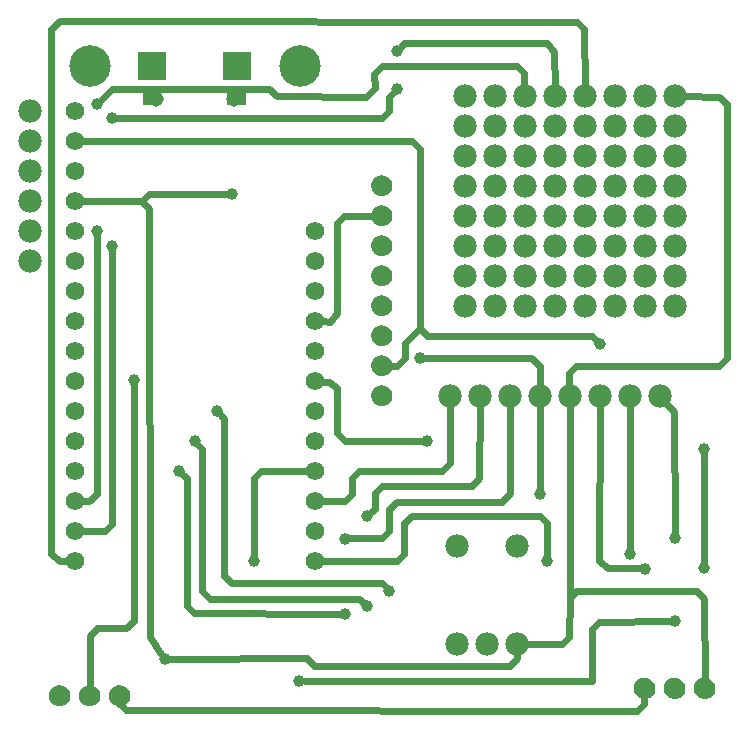
<source format=gbl>
G04 MADE WITH FRITZING*
G04 WWW.FRITZING.ORG*
G04 DOUBLE SIDED*
G04 HOLES PLATED*
G04 CONTOUR ON CENTER OF CONTOUR VECTOR*
%ASAXBY*%
%FSLAX23Y23*%
%MOIN*%
%OFA0B0*%
%SFA1.0B1.0*%
%ADD10C,0.078000*%
%ADD11C,0.039370*%
%ADD12C,0.138425*%
%ADD13C,0.095000*%
%ADD14C,0.051496*%
%ADD15C,0.062000*%
%ADD16C,0.070000*%
%ADD17R,0.095000X0.095000*%
%ADD18C,0.024000*%
%ADD19R,0.001000X0.001000*%
%LNCOPPER0*%
G90*
G70*
G54D10*
X1701Y635D03*
X1501Y635D03*
G54D11*
X526Y260D03*
G54D10*
X1701Y310D03*
X1601Y310D03*
X1501Y310D03*
G54D12*
X276Y2235D03*
G54D13*
X767Y2235D03*
G54D14*
X756Y2125D03*
G54D15*
X226Y585D03*
X226Y685D03*
X226Y785D03*
X226Y885D03*
X226Y985D03*
X226Y1085D03*
X226Y1185D03*
X226Y1285D03*
X226Y1385D03*
G54D12*
X976Y2235D03*
G54D15*
X226Y1485D03*
X226Y1585D03*
X226Y1685D03*
X226Y1785D03*
X226Y1885D03*
X226Y1985D03*
X226Y2085D03*
X1026Y1685D03*
X1026Y1585D03*
X1026Y1485D03*
X1026Y1385D03*
X1026Y1285D03*
X1026Y1185D03*
X1026Y1085D03*
X1026Y985D03*
X1026Y885D03*
X1026Y785D03*
X1026Y685D03*
X1026Y585D03*
G54D14*
X496Y2125D03*
G54D13*
X484Y2235D03*
G54D10*
X76Y2085D03*
X76Y1985D03*
X76Y1885D03*
X76Y1785D03*
X76Y1685D03*
X76Y1585D03*
G54D16*
X176Y135D03*
X276Y135D03*
X376Y135D03*
G54D11*
X423Y1188D03*
G54D16*
X1251Y1835D03*
X1251Y1735D03*
X1251Y1635D03*
X1251Y1535D03*
X1251Y1435D03*
X1251Y1335D03*
X1251Y1235D03*
X1251Y1135D03*
G54D11*
X2226Y662D03*
X1376Y1261D03*
X751Y1809D03*
X1802Y585D03*
X2076Y609D03*
X575Y886D03*
X1126Y410D03*
X1126Y660D03*
X626Y985D03*
X1201Y435D03*
X1201Y735D03*
G54D10*
X1476Y1135D03*
X1576Y1135D03*
X1676Y1135D03*
X1776Y1135D03*
X1876Y1135D03*
X1976Y1135D03*
X2076Y1135D03*
X2176Y1135D03*
G54D11*
X701Y1085D03*
X1275Y485D03*
X1776Y810D03*
X825Y585D03*
X974Y186D03*
X2226Y385D03*
X1400Y987D03*
X2325Y959D03*
X2325Y561D03*
X302Y1687D03*
X301Y2110D03*
X350Y1635D03*
X350Y2061D03*
X1301Y2160D03*
X1301Y2285D03*
X1976Y1310D03*
X2126Y560D03*
G54D16*
X2126Y160D03*
X2226Y160D03*
X2326Y160D03*
G54D10*
X2126Y2135D03*
X2126Y2035D03*
X2126Y1935D03*
X2126Y1835D03*
X2126Y1735D03*
X2126Y1635D03*
X2126Y1535D03*
X2126Y1435D03*
X2126Y2135D03*
X2126Y2035D03*
X2126Y1935D03*
X2126Y1835D03*
X2126Y1735D03*
X2126Y1635D03*
X2126Y1535D03*
X2126Y1435D03*
X2226Y1435D03*
X2226Y1535D03*
X2226Y1635D03*
X2226Y1735D03*
X2226Y1835D03*
X2226Y1935D03*
X2226Y2035D03*
X2226Y2135D03*
X1926Y2135D03*
X1926Y2035D03*
X1926Y1935D03*
X1926Y1835D03*
X1926Y1735D03*
X1926Y1635D03*
X1926Y1535D03*
X1926Y1435D03*
X1926Y2135D03*
X1926Y2035D03*
X1926Y1935D03*
X1926Y1835D03*
X1926Y1735D03*
X1926Y1635D03*
X1926Y1535D03*
X1926Y1435D03*
X2026Y1435D03*
X2026Y1535D03*
X2026Y1635D03*
X2026Y1735D03*
X2026Y1835D03*
X2026Y1935D03*
X2026Y2035D03*
X2026Y2135D03*
X1726Y2135D03*
X1726Y2035D03*
X1726Y1935D03*
X1726Y1835D03*
X1726Y1735D03*
X1726Y1635D03*
X1726Y1535D03*
X1726Y1435D03*
X1726Y2135D03*
X1726Y2035D03*
X1726Y1935D03*
X1726Y1835D03*
X1726Y1735D03*
X1726Y1635D03*
X1726Y1535D03*
X1726Y1435D03*
X1826Y1435D03*
X1826Y1535D03*
X1826Y1635D03*
X1826Y1735D03*
X1826Y1835D03*
X1826Y1935D03*
X1826Y2035D03*
X1826Y2135D03*
X1526Y2135D03*
X1526Y2035D03*
X1526Y1935D03*
X1526Y1835D03*
X1526Y1735D03*
X1526Y1635D03*
X1526Y1535D03*
X1526Y1435D03*
X1526Y2135D03*
X1526Y2035D03*
X1526Y1935D03*
X1526Y1835D03*
X1526Y1735D03*
X1526Y1635D03*
X1526Y1535D03*
X1526Y1435D03*
X1626Y1435D03*
X1626Y1535D03*
X1626Y1635D03*
X1626Y1735D03*
X1626Y1835D03*
X1626Y1935D03*
X1626Y2035D03*
X1626Y2135D03*
G54D17*
X767Y2235D03*
X484Y2235D03*
G54D18*
X301Y361D02*
X399Y361D01*
D02*
X277Y337D02*
X301Y361D01*
D02*
X399Y361D02*
X423Y386D01*
D02*
X423Y386D02*
X423Y1169D01*
D02*
X276Y162D02*
X277Y337D01*
D02*
X2100Y86D02*
X399Y88D01*
D02*
X2125Y110D02*
X2100Y86D01*
D02*
X399Y88D02*
X374Y112D01*
D02*
X374Y112D02*
X374Y109D01*
D02*
X2125Y134D02*
X2125Y110D01*
D02*
X1125Y1735D02*
X1225Y1735D01*
D02*
X1101Y1711D02*
X1125Y1735D01*
D02*
X1101Y1411D02*
X1101Y1711D01*
D02*
X1076Y1384D02*
X1101Y1411D01*
D02*
X1054Y1385D02*
X1076Y1384D01*
D02*
X1776Y1235D02*
X1776Y1166D01*
D02*
X1749Y1261D02*
X1776Y1235D01*
D02*
X1395Y1261D02*
X1749Y1261D01*
D02*
X474Y1809D02*
X732Y1809D01*
D02*
X451Y1785D02*
X474Y1809D01*
D02*
X1302Y1235D02*
X1277Y1235D01*
D02*
X1326Y1261D02*
X1302Y1235D01*
D02*
X1326Y1312D02*
X1326Y1261D01*
D02*
X1376Y1362D02*
X1326Y1312D01*
D02*
X1802Y711D02*
X1777Y735D01*
D02*
X1777Y735D02*
X1352Y735D01*
D02*
X1352Y735D02*
X1324Y711D01*
D02*
X1324Y711D02*
X1324Y610D01*
D02*
X1324Y610D02*
X1300Y585D01*
D02*
X1300Y585D02*
X1054Y585D01*
D02*
X1802Y604D02*
X1802Y711D01*
D02*
X2076Y1105D02*
X2076Y628D01*
D02*
X1676Y1105D02*
X1676Y812D01*
D02*
X1676Y812D02*
X1652Y784D01*
D02*
X1300Y784D02*
X1275Y760D01*
D02*
X1275Y760D02*
X1275Y686D01*
D02*
X1275Y686D02*
X1251Y662D01*
D02*
X1251Y662D02*
X1145Y661D01*
D02*
X1652Y784D02*
X1300Y784D01*
D02*
X1107Y410D02*
X624Y412D01*
D02*
X624Y412D02*
X600Y436D01*
D02*
X600Y436D02*
X600Y862D01*
D02*
X600Y862D02*
X589Y873D01*
D02*
X1175Y460D02*
X676Y460D01*
D02*
X1576Y1105D02*
X1575Y861D01*
D02*
X1575Y861D02*
X1551Y836D01*
D02*
X1251Y836D02*
X1226Y812D01*
D02*
X1226Y812D02*
X1226Y760D01*
D02*
X1226Y760D02*
X1215Y748D01*
D02*
X1551Y836D02*
X1251Y836D01*
D02*
X1187Y449D02*
X1175Y460D01*
D02*
X676Y460D02*
X652Y485D01*
D02*
X652Y485D02*
X652Y959D01*
D02*
X652Y959D02*
X639Y972D01*
D02*
X1776Y829D02*
X1776Y1105D01*
D02*
X1251Y512D02*
X1263Y499D01*
D02*
X752Y512D02*
X1251Y512D01*
D02*
X725Y536D02*
X752Y512D01*
D02*
X725Y1060D02*
X725Y536D01*
D02*
X714Y1072D02*
X725Y1060D01*
D02*
X1476Y911D02*
X1476Y1105D01*
D02*
X1452Y886D02*
X1476Y911D01*
D02*
X1175Y886D02*
X1452Y886D01*
D02*
X1151Y862D02*
X1175Y886D01*
D02*
X1151Y810D02*
X1151Y862D01*
D02*
X1126Y786D02*
X1151Y810D01*
D02*
X1054Y786D02*
X1126Y786D01*
D02*
X849Y886D02*
X825Y862D01*
D02*
X825Y862D02*
X825Y604D01*
D02*
X997Y886D02*
X849Y886D01*
D02*
X1951Y360D02*
X1975Y384D01*
D02*
X1975Y384D02*
X2207Y385D01*
D02*
X1951Y186D02*
X1951Y360D01*
D02*
X2225Y1084D02*
X2197Y1114D01*
D02*
X2226Y681D02*
X2225Y1084D01*
D02*
X993Y186D02*
X1951Y186D01*
D02*
X1126Y986D02*
X1381Y987D01*
D02*
X1100Y1012D02*
X1126Y986D01*
D02*
X1100Y1161D02*
X1100Y1012D01*
D02*
X1074Y1184D02*
X1100Y1161D01*
D02*
X1054Y1184D02*
X1074Y1184D01*
D02*
X2325Y940D02*
X2325Y580D01*
D02*
X274Y786D02*
X254Y786D01*
D02*
X1725Y2211D02*
X1701Y2235D01*
D02*
X1701Y2235D02*
X1251Y2235D01*
D02*
X1225Y2209D02*
X1227Y2162D01*
D02*
X1251Y2235D02*
X1225Y2209D01*
D02*
X1227Y2162D02*
X1199Y2134D01*
D02*
X1199Y2134D02*
X1199Y2134D01*
D02*
X901Y2136D02*
X875Y2160D01*
D02*
X875Y2160D02*
X350Y2160D01*
D02*
X1199Y2134D02*
X901Y2136D01*
D02*
X350Y2160D02*
X314Y2124D01*
D02*
X302Y1668D02*
X302Y810D01*
D02*
X302Y810D02*
X274Y786D01*
D02*
X1725Y2166D02*
X1725Y2211D01*
D02*
X350Y1616D02*
X350Y710D01*
D02*
X350Y710D02*
X326Y685D01*
D02*
X326Y685D02*
X254Y685D01*
D02*
X1825Y2284D02*
X1801Y2311D01*
D02*
X1801Y2311D02*
X1324Y2311D01*
D02*
X1324Y2311D02*
X1314Y2299D01*
D02*
X1288Y2147D02*
X1275Y2134D01*
D02*
X1275Y2134D02*
X1275Y2085D01*
D02*
X1275Y2085D02*
X1251Y2061D01*
D02*
X1251Y2061D02*
X369Y2061D01*
D02*
X1826Y2166D02*
X1825Y2284D01*
D02*
X1925Y2360D02*
X1901Y2384D01*
D02*
X1901Y2384D02*
X177Y2387D01*
D02*
X177Y2387D02*
X149Y2359D01*
D02*
X149Y2359D02*
X149Y609D01*
D02*
X1926Y2166D02*
X1925Y2360D01*
D02*
X149Y609D02*
X177Y585D01*
D02*
X177Y585D02*
X197Y585D01*
D02*
X2374Y2134D02*
X2402Y2110D01*
D02*
X2402Y2110D02*
X2402Y1261D01*
D02*
X2402Y1261D02*
X2374Y1236D01*
D02*
X2374Y1236D02*
X1899Y1236D01*
D02*
X1899Y1236D02*
X1875Y1212D01*
D02*
X1875Y1212D02*
X1875Y1166D01*
D02*
X2256Y2135D02*
X2374Y2134D01*
D02*
X1951Y1337D02*
X1963Y1324D01*
D02*
X1402Y1335D02*
X1951Y1337D01*
D02*
X1376Y1362D02*
X1402Y1335D01*
D02*
X1376Y1959D02*
X1376Y1362D01*
D02*
X1352Y1986D02*
X1376Y1959D01*
D02*
X254Y1985D02*
X1352Y1986D01*
D02*
X2004Y562D02*
X1973Y586D01*
D02*
X1973Y586D02*
X1976Y1105D01*
D02*
X2107Y561D02*
X2004Y562D01*
D02*
X477Y334D02*
X515Y276D01*
D02*
X474Y1759D02*
X477Y334D01*
D02*
X451Y1785D02*
X474Y1759D01*
D02*
X254Y1785D02*
X451Y1785D01*
D02*
X1701Y261D02*
X1701Y280D01*
D02*
X1676Y236D02*
X1701Y261D01*
D02*
X1025Y236D02*
X1676Y236D01*
D02*
X1000Y261D02*
X1025Y236D01*
D02*
X545Y260D02*
X1000Y261D01*
D02*
X1877Y463D02*
X1876Y1105D01*
D02*
X1875Y334D02*
X1877Y463D01*
D02*
X1850Y310D02*
X1875Y334D01*
D02*
X1731Y310D02*
X1851Y310D01*
D02*
X2325Y460D02*
X2326Y187D01*
D02*
X2301Y485D02*
X2325Y460D01*
D02*
X1899Y485D02*
X2301Y485D01*
D02*
X1877Y463D02*
X1899Y485D01*
G54D19*
X454Y2146D02*
X490Y2146D01*
X501Y2146D02*
X515Y2146D01*
X735Y2146D02*
X749Y2146D01*
X760Y2146D02*
X796Y2146D01*
X454Y2145D02*
X486Y2145D01*
X504Y2145D02*
X515Y2145D01*
X735Y2145D02*
X746Y2145D01*
X764Y2145D02*
X796Y2145D01*
X454Y2144D02*
X485Y2144D01*
X506Y2144D02*
X515Y2144D01*
X735Y2144D02*
X744Y2144D01*
X765Y2144D02*
X796Y2144D01*
X454Y2143D02*
X483Y2143D01*
X507Y2143D02*
X515Y2143D01*
X735Y2143D02*
X743Y2143D01*
X767Y2143D02*
X796Y2143D01*
X454Y2142D02*
X482Y2142D01*
X509Y2142D02*
X515Y2142D01*
X735Y2142D02*
X741Y2142D01*
X768Y2142D02*
X796Y2142D01*
X454Y2141D02*
X480Y2141D01*
X510Y2141D02*
X515Y2141D01*
X735Y2141D02*
X740Y2141D01*
X770Y2141D02*
X796Y2141D01*
X454Y2140D02*
X479Y2140D01*
X511Y2140D02*
X515Y2140D01*
X735Y2140D02*
X739Y2140D01*
X771Y2140D02*
X796Y2140D01*
X454Y2139D02*
X479Y2139D01*
X512Y2139D02*
X515Y2139D01*
X735Y2139D02*
X738Y2139D01*
X771Y2139D02*
X796Y2139D01*
X454Y2138D02*
X478Y2138D01*
X512Y2138D02*
X515Y2138D01*
X735Y2138D02*
X738Y2138D01*
X772Y2138D02*
X796Y2138D01*
X454Y2137D02*
X477Y2137D01*
X513Y2137D02*
X515Y2137D01*
X735Y2137D02*
X737Y2137D01*
X773Y2137D02*
X796Y2137D01*
X454Y2136D02*
X477Y2136D01*
X514Y2136D02*
X515Y2136D01*
X735Y2136D02*
X736Y2136D01*
X773Y2136D02*
X796Y2136D01*
X454Y2135D02*
X476Y2135D01*
X514Y2135D02*
X515Y2135D01*
X735Y2135D02*
X736Y2135D01*
X774Y2135D02*
X796Y2135D01*
X454Y2134D02*
X476Y2134D01*
X515Y2134D02*
X515Y2134D01*
X735Y2134D02*
X735Y2134D01*
X774Y2134D02*
X796Y2134D01*
X454Y2133D02*
X475Y2133D01*
X515Y2133D02*
X515Y2133D01*
X735Y2133D02*
X735Y2133D01*
X775Y2133D02*
X796Y2133D01*
X454Y2132D02*
X475Y2132D01*
X515Y2132D02*
X515Y2132D01*
X735Y2132D02*
X735Y2132D01*
X775Y2132D02*
X796Y2132D01*
X454Y2131D02*
X475Y2131D01*
X775Y2131D02*
X796Y2131D01*
X454Y2130D02*
X474Y2130D01*
X776Y2130D02*
X796Y2130D01*
X454Y2129D02*
X474Y2129D01*
X776Y2129D02*
X796Y2129D01*
X454Y2128D02*
X474Y2128D01*
X776Y2128D02*
X796Y2128D01*
X454Y2127D02*
X474Y2127D01*
X776Y2127D02*
X796Y2127D01*
X454Y2126D02*
X474Y2126D01*
X776Y2126D02*
X796Y2126D01*
X454Y2125D02*
X474Y2125D01*
X776Y2125D02*
X796Y2125D01*
X454Y2124D02*
X474Y2124D01*
X776Y2124D02*
X796Y2124D01*
X454Y2123D02*
X474Y2123D01*
X776Y2123D02*
X796Y2123D01*
X454Y2122D02*
X474Y2122D01*
X776Y2122D02*
X796Y2122D01*
X454Y2121D02*
X475Y2121D01*
X775Y2121D02*
X796Y2121D01*
X454Y2120D02*
X475Y2120D01*
X515Y2120D02*
X515Y2120D01*
X735Y2120D02*
X735Y2120D01*
X775Y2120D02*
X796Y2120D01*
X454Y2119D02*
X475Y2119D01*
X515Y2119D02*
X515Y2119D01*
X735Y2119D02*
X735Y2119D01*
X775Y2119D02*
X796Y2119D01*
X454Y2118D02*
X475Y2118D01*
X515Y2118D02*
X515Y2118D01*
X735Y2118D02*
X735Y2118D01*
X775Y2118D02*
X796Y2118D01*
X454Y2117D02*
X476Y2117D01*
X514Y2117D02*
X515Y2117D01*
X735Y2117D02*
X736Y2117D01*
X774Y2117D02*
X796Y2117D01*
X454Y2116D02*
X477Y2116D01*
X514Y2116D02*
X515Y2116D01*
X735Y2116D02*
X736Y2116D01*
X773Y2116D02*
X796Y2116D01*
X454Y2115D02*
X477Y2115D01*
X513Y2115D02*
X515Y2115D01*
X735Y2115D02*
X737Y2115D01*
X773Y2115D02*
X796Y2115D01*
X454Y2114D02*
X478Y2114D01*
X513Y2114D02*
X515Y2114D01*
X735Y2114D02*
X737Y2114D01*
X772Y2114D02*
X796Y2114D01*
X454Y2113D02*
X479Y2113D01*
X512Y2113D02*
X515Y2113D01*
X735Y2113D02*
X738Y2113D01*
X771Y2113D02*
X796Y2113D01*
X454Y2112D02*
X479Y2112D01*
X511Y2112D02*
X515Y2112D01*
X735Y2112D02*
X739Y2112D01*
X771Y2112D02*
X796Y2112D01*
X454Y2111D02*
X480Y2111D01*
X510Y2111D02*
X515Y2111D01*
X735Y2111D02*
X740Y2111D01*
X770Y2111D02*
X796Y2111D01*
X454Y2110D02*
X481Y2110D01*
X509Y2110D02*
X515Y2110D01*
X735Y2110D02*
X741Y2110D01*
X769Y2110D02*
X796Y2110D01*
X454Y2109D02*
X483Y2109D01*
X508Y2109D02*
X515Y2109D01*
X735Y2109D02*
X742Y2109D01*
X767Y2109D02*
X796Y2109D01*
X454Y2108D02*
X484Y2108D01*
X506Y2108D02*
X515Y2108D01*
X735Y2108D02*
X744Y2108D01*
X766Y2108D02*
X796Y2108D01*
X454Y2107D02*
X486Y2107D01*
X504Y2107D02*
X515Y2107D01*
X735Y2107D02*
X746Y2107D01*
X764Y2107D02*
X796Y2107D01*
X454Y2106D02*
X489Y2106D01*
X501Y2106D02*
X515Y2106D01*
X735Y2106D02*
X749Y2106D01*
X761Y2106D02*
X796Y2106D01*
X1245Y1871D02*
X1254Y1871D01*
X1241Y1870D02*
X1259Y1870D01*
X1238Y1869D02*
X1262Y1869D01*
X1236Y1868D02*
X1264Y1868D01*
X1234Y1867D02*
X1266Y1867D01*
X1232Y1866D02*
X1268Y1866D01*
X1230Y1865D02*
X1269Y1865D01*
X1229Y1864D02*
X1271Y1864D01*
X1228Y1863D02*
X1272Y1863D01*
X1227Y1862D02*
X1273Y1862D01*
X1225Y1861D02*
X1274Y1861D01*
X1225Y1860D02*
X1275Y1860D01*
X1224Y1859D02*
X1276Y1859D01*
X1223Y1858D02*
X1277Y1858D01*
X1222Y1857D02*
X1278Y1857D01*
X1221Y1856D02*
X1278Y1856D01*
X1221Y1855D02*
X1279Y1855D01*
X1220Y1854D02*
X1279Y1854D01*
X1220Y1853D02*
X1280Y1853D01*
X1219Y1852D02*
X1280Y1852D01*
X1219Y1851D02*
X1245Y1851D01*
X1254Y1851D02*
X1281Y1851D01*
X1218Y1850D02*
X1243Y1850D01*
X1257Y1850D02*
X1281Y1850D01*
X1218Y1849D02*
X1241Y1849D01*
X1259Y1849D02*
X1282Y1849D01*
X1218Y1848D02*
X1240Y1848D01*
X1260Y1848D02*
X1282Y1848D01*
X1217Y1847D02*
X1239Y1847D01*
X1261Y1847D02*
X1283Y1847D01*
X1217Y1846D02*
X1238Y1846D01*
X1262Y1846D02*
X1283Y1846D01*
X1217Y1845D02*
X1237Y1845D01*
X1263Y1845D02*
X1283Y1845D01*
X1216Y1844D02*
X1236Y1844D01*
X1263Y1844D02*
X1283Y1844D01*
X1216Y1843D02*
X1236Y1843D01*
X1264Y1843D02*
X1284Y1843D01*
X1216Y1842D02*
X1235Y1842D01*
X1264Y1842D02*
X1284Y1842D01*
X1216Y1841D02*
X1235Y1841D01*
X1265Y1841D02*
X1284Y1841D01*
X1216Y1840D02*
X1235Y1840D01*
X1265Y1840D02*
X1284Y1840D01*
X1215Y1839D02*
X1235Y1839D01*
X1265Y1839D02*
X1284Y1839D01*
X1215Y1838D02*
X1234Y1838D01*
X1265Y1838D02*
X1284Y1838D01*
X1215Y1837D02*
X1234Y1837D01*
X1265Y1837D02*
X1284Y1837D01*
X1215Y1836D02*
X1234Y1836D01*
X1265Y1836D02*
X1284Y1836D01*
X1215Y1835D02*
X1234Y1835D01*
X1265Y1835D02*
X1284Y1835D01*
X1215Y1834D02*
X1235Y1834D01*
X1265Y1834D02*
X1284Y1834D01*
X1216Y1833D02*
X1235Y1833D01*
X1265Y1833D02*
X1284Y1833D01*
X1216Y1832D02*
X1235Y1832D01*
X1265Y1832D02*
X1284Y1832D01*
X1216Y1831D02*
X1235Y1831D01*
X1264Y1831D02*
X1284Y1831D01*
X1216Y1830D02*
X1236Y1830D01*
X1264Y1830D02*
X1284Y1830D01*
X1216Y1829D02*
X1236Y1829D01*
X1263Y1829D02*
X1283Y1829D01*
X1217Y1828D02*
X1237Y1828D01*
X1263Y1828D02*
X1283Y1828D01*
X1217Y1827D02*
X1238Y1827D01*
X1262Y1827D02*
X1283Y1827D01*
X1217Y1826D02*
X1239Y1826D01*
X1261Y1826D02*
X1283Y1826D01*
X1217Y1825D02*
X1240Y1825D01*
X1260Y1825D02*
X1282Y1825D01*
X1218Y1824D02*
X1241Y1824D01*
X1259Y1824D02*
X1282Y1824D01*
X1218Y1823D02*
X1242Y1823D01*
X1257Y1823D02*
X1281Y1823D01*
X1219Y1822D02*
X1245Y1822D01*
X1255Y1822D02*
X1281Y1822D01*
X1219Y1821D02*
X1281Y1821D01*
X1220Y1820D02*
X1280Y1820D01*
X1220Y1819D02*
X1279Y1819D01*
X1221Y1818D02*
X1279Y1818D01*
X1221Y1817D02*
X1278Y1817D01*
X1222Y1816D02*
X1278Y1816D01*
X1223Y1815D02*
X1277Y1815D01*
X1224Y1814D02*
X1276Y1814D01*
X1224Y1813D02*
X1275Y1813D01*
X1225Y1812D02*
X1274Y1812D01*
X1226Y1811D02*
X1273Y1811D01*
X1228Y1810D02*
X1272Y1810D01*
X1229Y1809D02*
X1271Y1809D01*
X1230Y1808D02*
X1270Y1808D01*
X1232Y1807D02*
X1268Y1807D01*
X1233Y1806D02*
X1266Y1806D01*
X1235Y1805D02*
X1264Y1805D01*
X1238Y1804D02*
X1262Y1804D01*
X1241Y1803D02*
X1259Y1803D01*
X1245Y1802D02*
X1255Y1802D01*
X1245Y1771D02*
X1254Y1771D01*
X1241Y1770D02*
X1259Y1770D01*
X1238Y1769D02*
X1262Y1769D01*
X1236Y1768D02*
X1264Y1768D01*
X1234Y1767D02*
X1266Y1767D01*
X1232Y1766D02*
X1268Y1766D01*
X1230Y1765D02*
X1269Y1765D01*
X1229Y1764D02*
X1271Y1764D01*
X1228Y1763D02*
X1272Y1763D01*
X1226Y1762D02*
X1273Y1762D01*
X1225Y1761D02*
X1274Y1761D01*
X1225Y1760D02*
X1275Y1760D01*
X1224Y1759D02*
X1276Y1759D01*
X1223Y1758D02*
X1277Y1758D01*
X1222Y1757D02*
X1278Y1757D01*
X1221Y1756D02*
X1278Y1756D01*
X1221Y1755D02*
X1279Y1755D01*
X1220Y1754D02*
X1279Y1754D01*
X1220Y1753D02*
X1280Y1753D01*
X1219Y1752D02*
X1280Y1752D01*
X1219Y1751D02*
X1245Y1751D01*
X1254Y1751D02*
X1281Y1751D01*
X1218Y1750D02*
X1243Y1750D01*
X1257Y1750D02*
X1281Y1750D01*
X1218Y1749D02*
X1241Y1749D01*
X1259Y1749D02*
X1282Y1749D01*
X1218Y1748D02*
X1240Y1748D01*
X1260Y1748D02*
X1282Y1748D01*
X1217Y1747D02*
X1239Y1747D01*
X1261Y1747D02*
X1283Y1747D01*
X1217Y1746D02*
X1238Y1746D01*
X1262Y1746D02*
X1283Y1746D01*
X1217Y1745D02*
X1237Y1745D01*
X1263Y1745D02*
X1283Y1745D01*
X1216Y1744D02*
X1236Y1744D01*
X1263Y1744D02*
X1283Y1744D01*
X1216Y1743D02*
X1236Y1743D01*
X1264Y1743D02*
X1284Y1743D01*
X1216Y1742D02*
X1235Y1742D01*
X1264Y1742D02*
X1284Y1742D01*
X1216Y1741D02*
X1235Y1741D01*
X1265Y1741D02*
X1284Y1741D01*
X1216Y1740D02*
X1235Y1740D01*
X1265Y1740D02*
X1284Y1740D01*
X1215Y1739D02*
X1235Y1739D01*
X1265Y1739D02*
X1284Y1739D01*
X1215Y1738D02*
X1234Y1738D01*
X1265Y1738D02*
X1284Y1738D01*
X1215Y1737D02*
X1234Y1737D01*
X1265Y1737D02*
X1284Y1737D01*
X1215Y1736D02*
X1234Y1736D01*
X1265Y1736D02*
X1284Y1736D01*
X1215Y1735D02*
X1234Y1735D01*
X1265Y1735D02*
X1284Y1735D01*
X1215Y1734D02*
X1235Y1734D01*
X1265Y1734D02*
X1284Y1734D01*
X1216Y1733D02*
X1235Y1733D01*
X1265Y1733D02*
X1284Y1733D01*
X1216Y1732D02*
X1235Y1732D01*
X1265Y1732D02*
X1284Y1732D01*
X1216Y1731D02*
X1235Y1731D01*
X1264Y1731D02*
X1284Y1731D01*
X1216Y1730D02*
X1236Y1730D01*
X1264Y1730D02*
X1284Y1730D01*
X1216Y1729D02*
X1236Y1729D01*
X1263Y1729D02*
X1283Y1729D01*
X1217Y1728D02*
X1237Y1728D01*
X1263Y1728D02*
X1283Y1728D01*
X1217Y1727D02*
X1238Y1727D01*
X1262Y1727D02*
X1283Y1727D01*
X1217Y1726D02*
X1239Y1726D01*
X1261Y1726D02*
X1283Y1726D01*
X1218Y1725D02*
X1240Y1725D01*
X1260Y1725D02*
X1282Y1725D01*
X1218Y1724D02*
X1241Y1724D01*
X1259Y1724D02*
X1282Y1724D01*
X1218Y1723D02*
X1243Y1723D01*
X1257Y1723D02*
X1281Y1723D01*
X1219Y1722D02*
X1245Y1722D01*
X1255Y1722D02*
X1281Y1722D01*
X1219Y1721D02*
X1280Y1721D01*
X1220Y1720D02*
X1280Y1720D01*
X1220Y1719D02*
X1279Y1719D01*
X1221Y1718D02*
X1279Y1718D01*
X1221Y1717D02*
X1278Y1717D01*
X1222Y1716D02*
X1278Y1716D01*
X1223Y1715D02*
X1277Y1715D01*
X1224Y1714D02*
X1276Y1714D01*
X1224Y1713D02*
X1275Y1713D01*
X1225Y1712D02*
X1274Y1712D01*
X1226Y1711D02*
X1273Y1711D01*
X1228Y1710D02*
X1272Y1710D01*
X1229Y1709D02*
X1271Y1709D01*
X1230Y1708D02*
X1269Y1708D01*
X1232Y1707D02*
X1268Y1707D01*
X1233Y1706D02*
X1266Y1706D01*
X1236Y1705D02*
X1264Y1705D01*
X1238Y1704D02*
X1262Y1704D01*
X1241Y1703D02*
X1259Y1703D01*
X1245Y1702D02*
X1255Y1702D01*
X1245Y1671D02*
X1254Y1671D01*
X1241Y1670D02*
X1259Y1670D01*
X1238Y1669D02*
X1262Y1669D01*
X1236Y1668D02*
X1264Y1668D01*
X1234Y1667D02*
X1266Y1667D01*
X1232Y1666D02*
X1268Y1666D01*
X1230Y1665D02*
X1269Y1665D01*
X1229Y1664D02*
X1271Y1664D01*
X1228Y1663D02*
X1272Y1663D01*
X1226Y1662D02*
X1273Y1662D01*
X1225Y1661D02*
X1274Y1661D01*
X1224Y1660D02*
X1275Y1660D01*
X1224Y1659D02*
X1276Y1659D01*
X1223Y1658D02*
X1277Y1658D01*
X1222Y1657D02*
X1278Y1657D01*
X1221Y1656D02*
X1278Y1656D01*
X1221Y1655D02*
X1279Y1655D01*
X1220Y1654D02*
X1279Y1654D01*
X1220Y1653D02*
X1280Y1653D01*
X1219Y1652D02*
X1280Y1652D01*
X1219Y1651D02*
X1245Y1651D01*
X1254Y1651D02*
X1281Y1651D01*
X1218Y1650D02*
X1243Y1650D01*
X1257Y1650D02*
X1281Y1650D01*
X1218Y1649D02*
X1241Y1649D01*
X1259Y1649D02*
X1282Y1649D01*
X1218Y1648D02*
X1240Y1648D01*
X1260Y1648D02*
X1282Y1648D01*
X1217Y1647D02*
X1239Y1647D01*
X1261Y1647D02*
X1283Y1647D01*
X1217Y1646D02*
X1238Y1646D01*
X1262Y1646D02*
X1283Y1646D01*
X1217Y1645D02*
X1237Y1645D01*
X1263Y1645D02*
X1283Y1645D01*
X1216Y1644D02*
X1236Y1644D01*
X1263Y1644D02*
X1283Y1644D01*
X1216Y1643D02*
X1236Y1643D01*
X1264Y1643D02*
X1284Y1643D01*
X1216Y1642D02*
X1235Y1642D01*
X1264Y1642D02*
X1284Y1642D01*
X1216Y1641D02*
X1235Y1641D01*
X1265Y1641D02*
X1284Y1641D01*
X1216Y1640D02*
X1235Y1640D01*
X1265Y1640D02*
X1284Y1640D01*
X1215Y1639D02*
X1235Y1639D01*
X1265Y1639D02*
X1284Y1639D01*
X1215Y1638D02*
X1234Y1638D01*
X1265Y1638D02*
X1284Y1638D01*
X1215Y1637D02*
X1234Y1637D01*
X1265Y1637D02*
X1284Y1637D01*
X1215Y1636D02*
X1234Y1636D01*
X1265Y1636D02*
X1284Y1636D01*
X1215Y1635D02*
X1234Y1635D01*
X1265Y1635D02*
X1284Y1635D01*
X1215Y1634D02*
X1235Y1634D01*
X1265Y1634D02*
X1284Y1634D01*
X1216Y1633D02*
X1235Y1633D01*
X1265Y1633D02*
X1284Y1633D01*
X1216Y1632D02*
X1235Y1632D01*
X1265Y1632D02*
X1284Y1632D01*
X1216Y1631D02*
X1235Y1631D01*
X1264Y1631D02*
X1284Y1631D01*
X1216Y1630D02*
X1236Y1630D01*
X1264Y1630D02*
X1284Y1630D01*
X1216Y1629D02*
X1236Y1629D01*
X1263Y1629D02*
X1283Y1629D01*
X1217Y1628D02*
X1237Y1628D01*
X1263Y1628D02*
X1283Y1628D01*
X1217Y1627D02*
X1238Y1627D01*
X1262Y1627D02*
X1283Y1627D01*
X1217Y1626D02*
X1239Y1626D01*
X1261Y1626D02*
X1283Y1626D01*
X1218Y1625D02*
X1240Y1625D01*
X1260Y1625D02*
X1282Y1625D01*
X1218Y1624D02*
X1241Y1624D01*
X1259Y1624D02*
X1282Y1624D01*
X1218Y1623D02*
X1243Y1623D01*
X1257Y1623D02*
X1281Y1623D01*
X1219Y1622D02*
X1245Y1622D01*
X1254Y1622D02*
X1281Y1622D01*
X1219Y1621D02*
X1280Y1621D01*
X1220Y1620D02*
X1280Y1620D01*
X1220Y1619D02*
X1279Y1619D01*
X1221Y1618D02*
X1279Y1618D01*
X1221Y1617D02*
X1278Y1617D01*
X1222Y1616D02*
X1278Y1616D01*
X1223Y1615D02*
X1277Y1615D01*
X1224Y1614D02*
X1276Y1614D01*
X1224Y1613D02*
X1275Y1613D01*
X1225Y1612D02*
X1274Y1612D01*
X1226Y1611D02*
X1273Y1611D01*
X1228Y1610D02*
X1272Y1610D01*
X1229Y1609D02*
X1271Y1609D01*
X1230Y1608D02*
X1269Y1608D01*
X1232Y1607D02*
X1268Y1607D01*
X1234Y1606D02*
X1266Y1606D01*
X1236Y1605D02*
X1264Y1605D01*
X1238Y1604D02*
X1262Y1604D01*
X1241Y1603D02*
X1259Y1603D01*
X1245Y1602D02*
X1255Y1602D01*
X1245Y1571D02*
X1255Y1571D01*
X1241Y1570D02*
X1259Y1570D01*
X1238Y1569D02*
X1262Y1569D01*
X1236Y1568D02*
X1264Y1568D01*
X1234Y1567D02*
X1266Y1567D01*
X1232Y1566D02*
X1268Y1566D01*
X1230Y1565D02*
X1269Y1565D01*
X1229Y1564D02*
X1271Y1564D01*
X1228Y1563D02*
X1272Y1563D01*
X1226Y1562D02*
X1273Y1562D01*
X1225Y1561D02*
X1274Y1561D01*
X1224Y1560D02*
X1275Y1560D01*
X1224Y1559D02*
X1276Y1559D01*
X1223Y1558D02*
X1277Y1558D01*
X1222Y1557D02*
X1278Y1557D01*
X1221Y1556D02*
X1278Y1556D01*
X1221Y1555D02*
X1279Y1555D01*
X1220Y1554D02*
X1279Y1554D01*
X1220Y1553D02*
X1280Y1553D01*
X1219Y1552D02*
X1280Y1552D01*
X1219Y1551D02*
X1245Y1551D01*
X1255Y1551D02*
X1281Y1551D01*
X1218Y1550D02*
X1243Y1550D01*
X1257Y1550D02*
X1281Y1550D01*
X1218Y1549D02*
X1241Y1549D01*
X1259Y1549D02*
X1282Y1549D01*
X1218Y1548D02*
X1240Y1548D01*
X1260Y1548D02*
X1282Y1548D01*
X1217Y1547D02*
X1239Y1547D01*
X1261Y1547D02*
X1283Y1547D01*
X1217Y1546D02*
X1238Y1546D01*
X1262Y1546D02*
X1283Y1546D01*
X1217Y1545D02*
X1237Y1545D01*
X1263Y1545D02*
X1283Y1545D01*
X1216Y1544D02*
X1236Y1544D01*
X1263Y1544D02*
X1283Y1544D01*
X1216Y1543D02*
X1236Y1543D01*
X1264Y1543D02*
X1284Y1543D01*
X1216Y1542D02*
X1235Y1542D01*
X1264Y1542D02*
X1284Y1542D01*
X1216Y1541D02*
X1235Y1541D01*
X1265Y1541D02*
X1284Y1541D01*
X1216Y1540D02*
X1235Y1540D01*
X1265Y1540D02*
X1284Y1540D01*
X1215Y1539D02*
X1235Y1539D01*
X1265Y1539D02*
X1284Y1539D01*
X1215Y1538D02*
X1234Y1538D01*
X1265Y1538D02*
X1284Y1538D01*
X1215Y1537D02*
X1234Y1537D01*
X1265Y1537D02*
X1284Y1537D01*
X1215Y1536D02*
X1234Y1536D01*
X1265Y1536D02*
X1284Y1536D01*
X1215Y1535D02*
X1234Y1535D01*
X1265Y1535D02*
X1284Y1535D01*
X1215Y1534D02*
X1235Y1534D01*
X1265Y1534D02*
X1284Y1534D01*
X1216Y1533D02*
X1235Y1533D01*
X1265Y1533D02*
X1284Y1533D01*
X1216Y1532D02*
X1235Y1532D01*
X1265Y1532D02*
X1284Y1532D01*
X1216Y1531D02*
X1235Y1531D01*
X1264Y1531D02*
X1284Y1531D01*
X1216Y1530D02*
X1236Y1530D01*
X1264Y1530D02*
X1284Y1530D01*
X1216Y1529D02*
X1236Y1529D01*
X1263Y1529D02*
X1283Y1529D01*
X1217Y1528D02*
X1237Y1528D01*
X1263Y1528D02*
X1283Y1528D01*
X1217Y1527D02*
X1238Y1527D01*
X1262Y1527D02*
X1283Y1527D01*
X1217Y1526D02*
X1239Y1526D01*
X1261Y1526D02*
X1283Y1526D01*
X1218Y1525D02*
X1240Y1525D01*
X1260Y1525D02*
X1282Y1525D01*
X1218Y1524D02*
X1241Y1524D01*
X1259Y1524D02*
X1282Y1524D01*
X1218Y1523D02*
X1243Y1523D01*
X1257Y1523D02*
X1281Y1523D01*
X1219Y1522D02*
X1245Y1522D01*
X1254Y1522D02*
X1281Y1522D01*
X1219Y1521D02*
X1280Y1521D01*
X1220Y1520D02*
X1280Y1520D01*
X1220Y1519D02*
X1279Y1519D01*
X1221Y1518D02*
X1279Y1518D01*
X1221Y1517D02*
X1278Y1517D01*
X1222Y1516D02*
X1278Y1516D01*
X1223Y1515D02*
X1277Y1515D01*
X1224Y1514D02*
X1276Y1514D01*
X1224Y1513D02*
X1275Y1513D01*
X1225Y1512D02*
X1274Y1512D01*
X1226Y1511D02*
X1273Y1511D01*
X1228Y1510D02*
X1272Y1510D01*
X1229Y1509D02*
X1271Y1509D01*
X1230Y1508D02*
X1269Y1508D01*
X1232Y1507D02*
X1268Y1507D01*
X1234Y1506D02*
X1266Y1506D01*
X1236Y1505D02*
X1264Y1505D01*
X1238Y1504D02*
X1262Y1504D01*
X1241Y1503D02*
X1259Y1503D01*
X1245Y1502D02*
X1254Y1502D01*
X1245Y1471D02*
X1255Y1471D01*
X1241Y1470D02*
X1259Y1470D01*
X1238Y1469D02*
X1262Y1469D01*
X1236Y1468D02*
X1264Y1468D01*
X1233Y1467D02*
X1266Y1467D01*
X1232Y1466D02*
X1268Y1466D01*
X1230Y1465D02*
X1270Y1465D01*
X1229Y1464D02*
X1271Y1464D01*
X1228Y1463D02*
X1272Y1463D01*
X1226Y1462D02*
X1273Y1462D01*
X1225Y1461D02*
X1274Y1461D01*
X1224Y1460D02*
X1275Y1460D01*
X1224Y1459D02*
X1276Y1459D01*
X1223Y1458D02*
X1277Y1458D01*
X1222Y1457D02*
X1278Y1457D01*
X1221Y1456D02*
X1278Y1456D01*
X1221Y1455D02*
X1279Y1455D01*
X1220Y1454D02*
X1279Y1454D01*
X1220Y1453D02*
X1280Y1453D01*
X1219Y1452D02*
X1281Y1452D01*
X1219Y1451D02*
X1245Y1451D01*
X1255Y1451D02*
X1281Y1451D01*
X1218Y1450D02*
X1242Y1450D01*
X1257Y1450D02*
X1281Y1450D01*
X1218Y1449D02*
X1241Y1449D01*
X1259Y1449D02*
X1282Y1449D01*
X1217Y1448D02*
X1240Y1448D01*
X1260Y1448D02*
X1282Y1448D01*
X1217Y1447D02*
X1239Y1447D01*
X1261Y1447D02*
X1283Y1447D01*
X1217Y1446D02*
X1238Y1446D01*
X1262Y1446D02*
X1283Y1446D01*
X1217Y1445D02*
X1237Y1445D01*
X1263Y1445D02*
X1283Y1445D01*
X1216Y1444D02*
X1236Y1444D01*
X1263Y1444D02*
X1283Y1444D01*
X1216Y1443D02*
X1236Y1443D01*
X1264Y1443D02*
X1284Y1443D01*
X1216Y1442D02*
X1235Y1442D01*
X1264Y1442D02*
X1284Y1442D01*
X1216Y1441D02*
X1235Y1441D01*
X1265Y1441D02*
X1284Y1441D01*
X1216Y1440D02*
X1235Y1440D01*
X1265Y1440D02*
X1284Y1440D01*
X1215Y1439D02*
X1235Y1439D01*
X1265Y1439D02*
X1284Y1439D01*
X1215Y1438D02*
X1234Y1438D01*
X1265Y1438D02*
X1284Y1438D01*
X1215Y1437D02*
X1234Y1437D01*
X1265Y1437D02*
X1284Y1437D01*
X1215Y1436D02*
X1234Y1436D01*
X1265Y1436D02*
X1284Y1436D01*
X1215Y1435D02*
X1234Y1435D01*
X1265Y1435D02*
X1284Y1435D01*
X1215Y1434D02*
X1235Y1434D01*
X1265Y1434D02*
X1284Y1434D01*
X1216Y1433D02*
X1235Y1433D01*
X1265Y1433D02*
X1284Y1433D01*
X1216Y1432D02*
X1235Y1432D01*
X1265Y1432D02*
X1284Y1432D01*
X1216Y1431D02*
X1235Y1431D01*
X1264Y1431D02*
X1284Y1431D01*
X1216Y1430D02*
X1236Y1430D01*
X1264Y1430D02*
X1284Y1430D01*
X1216Y1429D02*
X1236Y1429D01*
X1263Y1429D02*
X1283Y1429D01*
X1217Y1428D02*
X1237Y1428D01*
X1263Y1428D02*
X1283Y1428D01*
X1217Y1427D02*
X1238Y1427D01*
X1262Y1427D02*
X1283Y1427D01*
X1217Y1426D02*
X1239Y1426D01*
X1261Y1426D02*
X1283Y1426D01*
X1218Y1425D02*
X1240Y1425D01*
X1260Y1425D02*
X1282Y1425D01*
X1218Y1424D02*
X1241Y1424D01*
X1259Y1424D02*
X1282Y1424D01*
X1218Y1423D02*
X1243Y1423D01*
X1257Y1423D02*
X1281Y1423D01*
X1219Y1422D02*
X1245Y1422D01*
X1254Y1422D02*
X1281Y1422D01*
X1219Y1421D02*
X1280Y1421D01*
X1220Y1420D02*
X1280Y1420D01*
X1220Y1419D02*
X1279Y1419D01*
X1221Y1418D02*
X1279Y1418D01*
X1221Y1417D02*
X1278Y1417D01*
X1222Y1416D02*
X1278Y1416D01*
X1223Y1415D02*
X1277Y1415D01*
X1224Y1414D02*
X1276Y1414D01*
X1225Y1413D02*
X1275Y1413D01*
X1225Y1412D02*
X1274Y1412D01*
X1226Y1411D02*
X1273Y1411D01*
X1228Y1410D02*
X1272Y1410D01*
X1229Y1409D02*
X1271Y1409D01*
X1230Y1408D02*
X1269Y1408D01*
X1232Y1407D02*
X1268Y1407D01*
X1234Y1406D02*
X1266Y1406D01*
X1236Y1405D02*
X1264Y1405D01*
X1238Y1404D02*
X1262Y1404D01*
X1241Y1403D02*
X1259Y1403D01*
X1246Y1402D02*
X1254Y1402D01*
X1245Y1371D02*
X1255Y1371D01*
X1241Y1370D02*
X1259Y1370D01*
X1238Y1369D02*
X1262Y1369D01*
X1235Y1368D02*
X1264Y1368D01*
X1233Y1367D02*
X1266Y1367D01*
X1232Y1366D02*
X1268Y1366D01*
X1230Y1365D02*
X1270Y1365D01*
X1229Y1364D02*
X1271Y1364D01*
X1227Y1363D02*
X1272Y1363D01*
X1226Y1362D02*
X1273Y1362D01*
X1225Y1361D02*
X1274Y1361D01*
X1224Y1360D02*
X1275Y1360D01*
X1224Y1359D02*
X1276Y1359D01*
X1223Y1358D02*
X1277Y1358D01*
X1222Y1357D02*
X1278Y1357D01*
X1221Y1356D02*
X1278Y1356D01*
X1221Y1355D02*
X1279Y1355D01*
X1220Y1354D02*
X1279Y1354D01*
X1220Y1353D02*
X1280Y1353D01*
X1219Y1352D02*
X1281Y1352D01*
X1219Y1351D02*
X1245Y1351D01*
X1255Y1351D02*
X1281Y1351D01*
X1218Y1350D02*
X1242Y1350D01*
X1257Y1350D02*
X1281Y1350D01*
X1218Y1349D02*
X1241Y1349D01*
X1259Y1349D02*
X1282Y1349D01*
X1217Y1348D02*
X1240Y1348D01*
X1260Y1348D02*
X1282Y1348D01*
X1217Y1347D02*
X1239Y1347D01*
X1261Y1347D02*
X1283Y1347D01*
X1217Y1346D02*
X1238Y1346D01*
X1262Y1346D02*
X1283Y1346D01*
X1217Y1345D02*
X1237Y1345D01*
X1263Y1345D02*
X1283Y1345D01*
X1216Y1344D02*
X1236Y1344D01*
X1263Y1344D02*
X1283Y1344D01*
X1216Y1343D02*
X1236Y1343D01*
X1264Y1343D02*
X1284Y1343D01*
X1216Y1342D02*
X1235Y1342D01*
X1264Y1342D02*
X1284Y1342D01*
X1216Y1341D02*
X1235Y1341D01*
X1265Y1341D02*
X1284Y1341D01*
X1216Y1340D02*
X1235Y1340D01*
X1265Y1340D02*
X1284Y1340D01*
X1215Y1339D02*
X1235Y1339D01*
X1265Y1339D02*
X1284Y1339D01*
X1215Y1338D02*
X1234Y1338D01*
X1265Y1338D02*
X1284Y1338D01*
X1215Y1337D02*
X1234Y1337D01*
X1265Y1337D02*
X1284Y1337D01*
X1215Y1336D02*
X1234Y1336D01*
X1265Y1336D02*
X1284Y1336D01*
X1215Y1335D02*
X1234Y1335D01*
X1265Y1335D02*
X1284Y1335D01*
X1215Y1334D02*
X1235Y1334D01*
X1265Y1334D02*
X1284Y1334D01*
X1216Y1333D02*
X1235Y1333D01*
X1265Y1333D02*
X1284Y1333D01*
X1216Y1332D02*
X1235Y1332D01*
X1265Y1332D02*
X1284Y1332D01*
X1216Y1331D02*
X1235Y1331D01*
X1264Y1331D02*
X1284Y1331D01*
X1216Y1330D02*
X1236Y1330D01*
X1264Y1330D02*
X1284Y1330D01*
X1216Y1329D02*
X1236Y1329D01*
X1263Y1329D02*
X1283Y1329D01*
X1217Y1328D02*
X1237Y1328D01*
X1263Y1328D02*
X1283Y1328D01*
X1217Y1327D02*
X1238Y1327D01*
X1262Y1327D02*
X1283Y1327D01*
X1217Y1326D02*
X1239Y1326D01*
X1261Y1326D02*
X1283Y1326D01*
X1218Y1325D02*
X1240Y1325D01*
X1260Y1325D02*
X1282Y1325D01*
X1218Y1324D02*
X1241Y1324D01*
X1259Y1324D02*
X1282Y1324D01*
X1218Y1323D02*
X1243Y1323D01*
X1257Y1323D02*
X1281Y1323D01*
X1219Y1322D02*
X1245Y1322D01*
X1254Y1322D02*
X1281Y1322D01*
X1219Y1321D02*
X1280Y1321D01*
X1220Y1320D02*
X1280Y1320D01*
X1220Y1319D02*
X1279Y1319D01*
X1221Y1318D02*
X1279Y1318D01*
X1221Y1317D02*
X1278Y1317D01*
X1222Y1316D02*
X1277Y1316D01*
X1223Y1315D02*
X1277Y1315D01*
X1224Y1314D02*
X1276Y1314D01*
X1225Y1313D02*
X1275Y1313D01*
X1225Y1312D02*
X1274Y1312D01*
X1227Y1311D02*
X1273Y1311D01*
X1228Y1310D02*
X1272Y1310D01*
X1229Y1309D02*
X1271Y1309D01*
X1230Y1308D02*
X1269Y1308D01*
X1232Y1307D02*
X1268Y1307D01*
X1234Y1306D02*
X1266Y1306D01*
X1236Y1305D02*
X1264Y1305D01*
X1238Y1304D02*
X1262Y1304D01*
X1241Y1303D02*
X1259Y1303D01*
X1246Y1302D02*
X1254Y1302D01*
X1245Y1271D02*
X1255Y1271D01*
X1240Y1270D02*
X1259Y1270D01*
X1238Y1269D02*
X1262Y1269D01*
X1235Y1268D02*
X1264Y1268D01*
X1233Y1267D02*
X1266Y1267D01*
X1232Y1266D02*
X1268Y1266D01*
X1230Y1265D02*
X1270Y1265D01*
X1229Y1264D02*
X1271Y1264D01*
X1227Y1263D02*
X1272Y1263D01*
X1226Y1262D02*
X1273Y1262D01*
X1225Y1261D02*
X1274Y1261D01*
X1224Y1260D02*
X1275Y1260D01*
X1224Y1259D02*
X1276Y1259D01*
X1223Y1258D02*
X1277Y1258D01*
X1222Y1257D02*
X1278Y1257D01*
X1221Y1256D02*
X1278Y1256D01*
X1221Y1255D02*
X1279Y1255D01*
X1220Y1254D02*
X1280Y1254D01*
X1220Y1253D02*
X1280Y1253D01*
X1219Y1252D02*
X1281Y1252D01*
X1219Y1251D02*
X1245Y1251D01*
X1255Y1251D02*
X1281Y1251D01*
X1218Y1250D02*
X1242Y1250D01*
X1257Y1250D02*
X1281Y1250D01*
X1218Y1249D02*
X1241Y1249D01*
X1259Y1249D02*
X1282Y1249D01*
X1217Y1248D02*
X1240Y1248D01*
X1260Y1248D02*
X1282Y1248D01*
X1217Y1247D02*
X1239Y1247D01*
X1261Y1247D02*
X1283Y1247D01*
X1217Y1246D02*
X1238Y1246D01*
X1262Y1246D02*
X1283Y1246D01*
X1217Y1245D02*
X1237Y1245D01*
X1263Y1245D02*
X1283Y1245D01*
X1216Y1244D02*
X1236Y1244D01*
X1263Y1244D02*
X1283Y1244D01*
X1216Y1243D02*
X1236Y1243D01*
X1264Y1243D02*
X1284Y1243D01*
X1216Y1242D02*
X1235Y1242D01*
X1264Y1242D02*
X1284Y1242D01*
X1216Y1241D02*
X1235Y1241D01*
X1265Y1241D02*
X1284Y1241D01*
X1216Y1240D02*
X1235Y1240D01*
X1265Y1240D02*
X1284Y1240D01*
X1215Y1239D02*
X1235Y1239D01*
X1265Y1239D02*
X1284Y1239D01*
X1215Y1238D02*
X1234Y1238D01*
X1265Y1238D02*
X1284Y1238D01*
X1215Y1237D02*
X1234Y1237D01*
X1265Y1237D02*
X1284Y1237D01*
X1215Y1236D02*
X1234Y1236D01*
X1265Y1236D02*
X1284Y1236D01*
X1215Y1235D02*
X1234Y1235D01*
X1265Y1235D02*
X1284Y1235D01*
X1215Y1234D02*
X1235Y1234D01*
X1265Y1234D02*
X1284Y1234D01*
X1216Y1233D02*
X1235Y1233D01*
X1265Y1233D02*
X1284Y1233D01*
X1216Y1232D02*
X1235Y1232D01*
X1265Y1232D02*
X1284Y1232D01*
X1216Y1231D02*
X1235Y1231D01*
X1264Y1231D02*
X1284Y1231D01*
X1216Y1230D02*
X1236Y1230D01*
X1264Y1230D02*
X1284Y1230D01*
X1216Y1229D02*
X1236Y1229D01*
X1263Y1229D02*
X1283Y1229D01*
X1217Y1228D02*
X1237Y1228D01*
X1263Y1228D02*
X1283Y1228D01*
X1217Y1227D02*
X1238Y1227D01*
X1262Y1227D02*
X1283Y1227D01*
X1217Y1226D02*
X1239Y1226D01*
X1261Y1226D02*
X1283Y1226D01*
X1218Y1225D02*
X1240Y1225D01*
X1260Y1225D02*
X1282Y1225D01*
X1218Y1224D02*
X1241Y1224D01*
X1259Y1224D02*
X1282Y1224D01*
X1218Y1223D02*
X1243Y1223D01*
X1257Y1223D02*
X1281Y1223D01*
X1219Y1222D02*
X1246Y1222D01*
X1254Y1222D02*
X1281Y1222D01*
X1219Y1221D02*
X1280Y1221D01*
X1220Y1220D02*
X1280Y1220D01*
X1220Y1219D02*
X1279Y1219D01*
X1221Y1218D02*
X1279Y1218D01*
X1221Y1217D02*
X1278Y1217D01*
X1222Y1216D02*
X1277Y1216D01*
X1223Y1215D02*
X1277Y1215D01*
X1224Y1214D02*
X1276Y1214D01*
X1225Y1213D02*
X1275Y1213D01*
X1225Y1212D02*
X1274Y1212D01*
X1227Y1211D02*
X1273Y1211D01*
X1228Y1210D02*
X1272Y1210D01*
X1229Y1209D02*
X1271Y1209D01*
X1230Y1208D02*
X1269Y1208D01*
X1232Y1207D02*
X1268Y1207D01*
X1234Y1206D02*
X1266Y1206D01*
X1236Y1205D02*
X1264Y1205D01*
X1238Y1204D02*
X1261Y1204D01*
X1241Y1203D02*
X1258Y1203D01*
X1246Y1202D02*
X1254Y1202D01*
X1245Y1171D02*
X1255Y1171D01*
X1241Y1170D02*
X1259Y1170D01*
X1238Y1169D02*
X1262Y1169D01*
X1236Y1168D02*
X1264Y1168D01*
X1233Y1167D02*
X1266Y1167D01*
X1232Y1166D02*
X1268Y1166D01*
X1230Y1165D02*
X1270Y1165D01*
X1229Y1164D02*
X1271Y1164D01*
X1228Y1163D02*
X1272Y1163D01*
X1226Y1162D02*
X1273Y1162D01*
X1225Y1161D02*
X1274Y1161D01*
X1224Y1160D02*
X1275Y1160D01*
X1224Y1159D02*
X1276Y1159D01*
X1223Y1158D02*
X1277Y1158D01*
X1222Y1157D02*
X1278Y1157D01*
X1221Y1156D02*
X1278Y1156D01*
X1221Y1155D02*
X1279Y1155D01*
X1220Y1154D02*
X1279Y1154D01*
X1220Y1153D02*
X1280Y1153D01*
X1219Y1152D02*
X1281Y1152D01*
X1219Y1151D02*
X1245Y1151D01*
X1255Y1151D02*
X1281Y1151D01*
X1218Y1150D02*
X1242Y1150D01*
X1257Y1150D02*
X1281Y1150D01*
X1218Y1149D02*
X1241Y1149D01*
X1259Y1149D02*
X1282Y1149D01*
X1217Y1148D02*
X1240Y1148D01*
X1260Y1148D02*
X1282Y1148D01*
X1217Y1147D02*
X1239Y1147D01*
X1261Y1147D02*
X1283Y1147D01*
X1217Y1146D02*
X1238Y1146D01*
X1262Y1146D02*
X1283Y1146D01*
X1217Y1145D02*
X1237Y1145D01*
X1263Y1145D02*
X1283Y1145D01*
X1216Y1144D02*
X1236Y1144D01*
X1263Y1144D02*
X1283Y1144D01*
X1216Y1143D02*
X1236Y1143D01*
X1264Y1143D02*
X1284Y1143D01*
X1216Y1142D02*
X1235Y1142D01*
X1264Y1142D02*
X1284Y1142D01*
X1216Y1141D02*
X1235Y1141D01*
X1265Y1141D02*
X1284Y1141D01*
X1216Y1140D02*
X1235Y1140D01*
X1265Y1140D02*
X1284Y1140D01*
X1215Y1139D02*
X1235Y1139D01*
X1265Y1139D02*
X1284Y1139D01*
X1215Y1138D02*
X1234Y1138D01*
X1265Y1138D02*
X1284Y1138D01*
X1215Y1137D02*
X1234Y1137D01*
X1265Y1137D02*
X1284Y1137D01*
X1215Y1136D02*
X1234Y1136D01*
X1265Y1136D02*
X1284Y1136D01*
X1215Y1135D02*
X1234Y1135D01*
X1265Y1135D02*
X1284Y1135D01*
X1215Y1134D02*
X1235Y1134D01*
X1265Y1134D02*
X1284Y1134D01*
X1216Y1133D02*
X1235Y1133D01*
X1265Y1133D02*
X1284Y1133D01*
X1216Y1132D02*
X1235Y1132D01*
X1265Y1132D02*
X1284Y1132D01*
X1216Y1131D02*
X1235Y1131D01*
X1264Y1131D02*
X1284Y1131D01*
X1216Y1130D02*
X1236Y1130D01*
X1264Y1130D02*
X1284Y1130D01*
X1216Y1129D02*
X1236Y1129D01*
X1263Y1129D02*
X1283Y1129D01*
X1217Y1128D02*
X1237Y1128D01*
X1263Y1128D02*
X1283Y1128D01*
X1217Y1127D02*
X1238Y1127D01*
X1262Y1127D02*
X1283Y1127D01*
X1217Y1126D02*
X1239Y1126D01*
X1261Y1126D02*
X1283Y1126D01*
X1218Y1125D02*
X1240Y1125D01*
X1260Y1125D02*
X1282Y1125D01*
X1218Y1124D02*
X1241Y1124D01*
X1259Y1124D02*
X1282Y1124D01*
X1218Y1123D02*
X1243Y1123D01*
X1257Y1123D02*
X1281Y1123D01*
X1219Y1122D02*
X1245Y1122D01*
X1254Y1122D02*
X1281Y1122D01*
X1219Y1121D02*
X1280Y1121D01*
X1220Y1120D02*
X1280Y1120D01*
X1220Y1119D02*
X1279Y1119D01*
X1221Y1118D02*
X1279Y1118D01*
X1221Y1117D02*
X1278Y1117D01*
X1222Y1116D02*
X1278Y1116D01*
X1223Y1115D02*
X1277Y1115D01*
X1224Y1114D02*
X1276Y1114D01*
X1225Y1113D02*
X1275Y1113D01*
X1225Y1112D02*
X1274Y1112D01*
X1226Y1111D02*
X1273Y1111D01*
X1228Y1110D02*
X1272Y1110D01*
X1229Y1109D02*
X1271Y1109D01*
X1230Y1108D02*
X1269Y1108D01*
X1232Y1107D02*
X1268Y1107D01*
X1234Y1106D02*
X1266Y1106D01*
X1236Y1105D02*
X1264Y1105D01*
X1238Y1104D02*
X1262Y1104D01*
X1241Y1103D02*
X1259Y1103D01*
X1245Y1102D02*
X1254Y1102D01*
X2118Y196D02*
X2131Y196D01*
X2218Y196D02*
X2231Y196D01*
X2318Y196D02*
X2331Y196D01*
X2114Y195D02*
X2135Y195D01*
X2214Y195D02*
X2235Y195D01*
X2314Y195D02*
X2335Y195D01*
X2112Y194D02*
X2138Y194D01*
X2212Y194D02*
X2237Y194D01*
X2312Y194D02*
X2337Y194D01*
X2110Y193D02*
X2140Y193D01*
X2210Y193D02*
X2240Y193D01*
X2310Y193D02*
X2340Y193D01*
X2108Y192D02*
X2142Y192D01*
X2208Y192D02*
X2242Y192D01*
X2308Y192D02*
X2342Y192D01*
X2106Y191D02*
X2143Y191D01*
X2206Y191D02*
X2243Y191D01*
X2306Y191D02*
X2343Y191D01*
X2104Y190D02*
X2145Y190D01*
X2204Y190D02*
X2245Y190D01*
X2304Y190D02*
X2345Y190D01*
X2103Y189D02*
X2146Y189D01*
X2203Y189D02*
X2246Y189D01*
X2303Y189D02*
X2346Y189D01*
X2102Y188D02*
X2147Y188D01*
X2202Y188D02*
X2247Y188D01*
X2302Y188D02*
X2347Y188D01*
X2101Y187D02*
X2148Y187D01*
X2201Y187D02*
X2248Y187D01*
X2301Y187D02*
X2348Y187D01*
X2100Y186D02*
X2149Y186D01*
X2200Y186D02*
X2249Y186D01*
X2300Y186D02*
X2349Y186D01*
X2099Y185D02*
X2150Y185D01*
X2199Y185D02*
X2250Y185D01*
X2299Y185D02*
X2350Y185D01*
X2098Y184D02*
X2151Y184D01*
X2198Y184D02*
X2251Y184D01*
X2298Y184D02*
X2351Y184D01*
X2097Y183D02*
X2152Y183D01*
X2197Y183D02*
X2252Y183D01*
X2297Y183D02*
X2352Y183D01*
X2097Y182D02*
X2153Y182D01*
X2197Y182D02*
X2253Y182D01*
X2297Y182D02*
X2353Y182D01*
X2096Y181D02*
X2153Y181D01*
X2196Y181D02*
X2253Y181D01*
X2296Y181D02*
X2353Y181D01*
X2095Y180D02*
X2154Y180D01*
X2195Y180D02*
X2254Y180D01*
X2295Y180D02*
X2354Y180D01*
X2095Y179D02*
X2154Y179D01*
X2195Y179D02*
X2254Y179D01*
X2295Y179D02*
X2354Y179D01*
X2094Y178D02*
X2155Y178D01*
X2194Y178D02*
X2255Y178D01*
X2294Y178D02*
X2355Y178D01*
X2094Y177D02*
X2155Y177D01*
X2194Y177D02*
X2255Y177D01*
X2294Y177D02*
X2355Y177D01*
X2093Y176D02*
X2119Y176D01*
X2131Y176D02*
X2156Y176D01*
X2193Y176D02*
X2219Y176D01*
X2231Y176D02*
X2256Y176D01*
X2293Y176D02*
X2319Y176D01*
X2331Y176D02*
X2356Y176D01*
X2093Y175D02*
X2117Y175D01*
X2133Y175D02*
X2156Y175D01*
X2193Y175D02*
X2217Y175D01*
X2233Y175D02*
X2256Y175D01*
X2293Y175D02*
X2317Y175D01*
X2333Y175D02*
X2356Y175D01*
X2093Y174D02*
X2115Y174D01*
X2134Y174D02*
X2157Y174D01*
X2192Y174D02*
X2215Y174D01*
X2234Y174D02*
X2257Y174D01*
X2292Y174D02*
X2315Y174D01*
X2334Y174D02*
X2357Y174D01*
X2092Y173D02*
X2114Y173D01*
X2135Y173D02*
X2157Y173D01*
X2192Y173D02*
X2214Y173D01*
X2235Y173D02*
X2257Y173D01*
X2292Y173D02*
X2314Y173D01*
X2335Y173D02*
X2357Y173D01*
X2092Y172D02*
X2113Y172D01*
X2136Y172D02*
X2157Y172D01*
X2192Y172D02*
X2213Y172D01*
X2236Y172D02*
X2257Y172D01*
X2292Y172D02*
X2313Y172D01*
X2336Y172D02*
X2357Y172D01*
X168Y171D02*
X182Y171D01*
X268Y171D02*
X282Y171D01*
X368Y171D02*
X382Y171D01*
X2092Y171D02*
X2112Y171D01*
X2137Y171D02*
X2158Y171D01*
X2191Y171D02*
X2212Y171D01*
X2237Y171D02*
X2258Y171D01*
X2291Y171D02*
X2312Y171D01*
X2337Y171D02*
X2358Y171D01*
X165Y170D02*
X185Y170D01*
X265Y170D02*
X285Y170D01*
X365Y170D02*
X385Y170D01*
X2091Y170D02*
X2111Y170D01*
X2138Y170D02*
X2158Y170D01*
X2191Y170D02*
X2211Y170D01*
X2238Y170D02*
X2258Y170D01*
X2291Y170D02*
X2311Y170D01*
X2338Y170D02*
X2358Y170D01*
X162Y169D02*
X188Y169D01*
X262Y169D02*
X288Y169D01*
X362Y169D02*
X388Y169D01*
X2091Y169D02*
X2111Y169D01*
X2138Y169D02*
X2158Y169D01*
X2191Y169D02*
X2211Y169D01*
X2238Y169D02*
X2258Y169D01*
X2291Y169D02*
X2311Y169D01*
X2338Y169D02*
X2358Y169D01*
X160Y168D02*
X190Y168D01*
X260Y168D02*
X290Y168D01*
X360Y168D02*
X390Y168D01*
X2091Y168D02*
X2110Y168D01*
X2139Y168D02*
X2158Y168D01*
X2191Y168D02*
X2210Y168D01*
X2239Y168D02*
X2258Y168D01*
X2291Y168D02*
X2310Y168D01*
X2339Y168D02*
X2358Y168D01*
X158Y167D02*
X192Y167D01*
X258Y167D02*
X292Y167D01*
X358Y167D02*
X392Y167D01*
X2091Y167D02*
X2110Y167D01*
X2139Y167D02*
X2159Y167D01*
X2191Y167D02*
X2210Y167D01*
X2239Y167D02*
X2259Y167D01*
X2291Y167D02*
X2310Y167D01*
X2339Y167D02*
X2359Y167D01*
X156Y166D02*
X194Y166D01*
X256Y166D02*
X294Y166D01*
X356Y166D02*
X394Y166D01*
X2090Y166D02*
X2110Y166D01*
X2140Y166D02*
X2159Y166D01*
X2190Y166D02*
X2210Y166D01*
X2240Y166D02*
X2259Y166D01*
X2290Y166D02*
X2310Y166D01*
X2340Y166D02*
X2359Y166D01*
X155Y165D02*
X195Y165D01*
X255Y165D02*
X295Y165D01*
X355Y165D02*
X395Y165D01*
X2090Y165D02*
X2109Y165D01*
X2140Y165D02*
X2159Y165D01*
X2190Y165D02*
X2209Y165D01*
X2240Y165D02*
X2259Y165D01*
X2290Y165D02*
X2309Y165D01*
X2340Y165D02*
X2359Y165D01*
X154Y164D02*
X197Y164D01*
X254Y164D02*
X297Y164D01*
X354Y164D02*
X397Y164D01*
X2090Y164D02*
X2109Y164D01*
X2140Y164D02*
X2159Y164D01*
X2190Y164D02*
X2209Y164D01*
X2240Y164D02*
X2259Y164D01*
X2290Y164D02*
X2309Y164D01*
X2340Y164D02*
X2359Y164D01*
X152Y163D02*
X198Y163D01*
X252Y163D02*
X298Y163D01*
X352Y163D02*
X398Y163D01*
X2090Y163D02*
X2109Y163D01*
X2140Y163D02*
X2159Y163D01*
X2190Y163D02*
X2209Y163D01*
X2240Y163D02*
X2259Y163D01*
X2290Y163D02*
X2309Y163D01*
X2340Y163D02*
X2359Y163D01*
X151Y162D02*
X199Y162D01*
X251Y162D02*
X299Y162D01*
X351Y162D02*
X399Y162D01*
X2090Y162D02*
X2109Y162D01*
X2140Y162D02*
X2159Y162D01*
X2190Y162D02*
X2209Y162D01*
X2240Y162D02*
X2259Y162D01*
X2290Y162D02*
X2309Y162D01*
X2340Y162D02*
X2359Y162D01*
X150Y161D02*
X200Y161D01*
X250Y161D02*
X300Y161D01*
X350Y161D02*
X400Y161D01*
X2090Y161D02*
X2109Y161D01*
X2140Y161D02*
X2159Y161D01*
X2190Y161D02*
X2209Y161D01*
X2240Y161D02*
X2259Y161D01*
X2290Y161D02*
X2309Y161D01*
X2340Y161D02*
X2359Y161D01*
X149Y160D02*
X201Y160D01*
X249Y160D02*
X301Y160D01*
X349Y160D02*
X401Y160D01*
X2090Y160D02*
X2109Y160D01*
X2140Y160D02*
X2159Y160D01*
X2190Y160D02*
X2209Y160D01*
X2240Y160D02*
X2259Y160D01*
X2290Y160D02*
X2309Y160D01*
X2340Y160D02*
X2359Y160D01*
X149Y159D02*
X202Y159D01*
X249Y159D02*
X302Y159D01*
X349Y159D02*
X402Y159D01*
X2090Y159D02*
X2109Y159D01*
X2140Y159D02*
X2159Y159D01*
X2190Y159D02*
X2209Y159D01*
X2240Y159D02*
X2259Y159D01*
X2290Y159D02*
X2309Y159D01*
X2340Y159D02*
X2359Y159D01*
X148Y158D02*
X202Y158D01*
X248Y158D02*
X302Y158D01*
X348Y158D02*
X402Y158D01*
X2090Y158D02*
X2110Y158D01*
X2140Y158D02*
X2159Y158D01*
X2190Y158D02*
X2210Y158D01*
X2240Y158D02*
X2259Y158D01*
X2290Y158D02*
X2309Y158D01*
X2340Y158D02*
X2359Y158D01*
X147Y157D02*
X203Y157D01*
X247Y157D02*
X303Y157D01*
X347Y157D02*
X403Y157D01*
X2091Y157D02*
X2110Y157D01*
X2139Y157D02*
X2159Y157D01*
X2191Y157D02*
X2210Y157D01*
X2239Y157D02*
X2259Y157D01*
X2291Y157D02*
X2310Y157D01*
X2339Y157D02*
X2359Y157D01*
X146Y156D02*
X204Y156D01*
X246Y156D02*
X304Y156D01*
X346Y156D02*
X404Y156D01*
X2091Y156D02*
X2110Y156D01*
X2139Y156D02*
X2158Y156D01*
X2191Y156D02*
X2210Y156D01*
X2239Y156D02*
X2258Y156D01*
X2291Y156D02*
X2310Y156D01*
X2339Y156D02*
X2358Y156D01*
X146Y155D02*
X204Y155D01*
X246Y155D02*
X304Y155D01*
X346Y155D02*
X404Y155D01*
X2091Y155D02*
X2111Y155D01*
X2139Y155D02*
X2158Y155D01*
X2191Y155D02*
X2211Y155D01*
X2239Y155D02*
X2258Y155D01*
X2291Y155D02*
X2311Y155D01*
X2339Y155D02*
X2358Y155D01*
X145Y154D02*
X205Y154D01*
X245Y154D02*
X305Y154D01*
X345Y154D02*
X405Y154D01*
X2091Y154D02*
X2111Y154D01*
X2138Y154D02*
X2158Y154D01*
X2191Y154D02*
X2211Y154D01*
X2238Y154D02*
X2258Y154D01*
X2291Y154D02*
X2311Y154D01*
X2338Y154D02*
X2358Y154D01*
X145Y153D02*
X205Y153D01*
X245Y153D02*
X305Y153D01*
X345Y153D02*
X405Y153D01*
X2091Y153D02*
X2112Y153D01*
X2137Y153D02*
X2158Y153D01*
X2191Y153D02*
X2212Y153D01*
X2237Y153D02*
X2258Y153D01*
X2291Y153D02*
X2312Y153D01*
X2337Y153D02*
X2358Y153D01*
X144Y152D02*
X206Y152D01*
X244Y152D02*
X306Y152D01*
X344Y152D02*
X406Y152D01*
X2092Y152D02*
X2113Y152D01*
X2136Y152D02*
X2158Y152D01*
X2192Y152D02*
X2213Y152D01*
X2236Y152D02*
X2257Y152D01*
X2292Y152D02*
X2313Y152D01*
X2336Y152D02*
X2357Y152D01*
X144Y151D02*
X169Y151D01*
X181Y151D02*
X206Y151D01*
X244Y151D02*
X269Y151D01*
X281Y151D02*
X306Y151D01*
X344Y151D02*
X369Y151D01*
X381Y151D02*
X406Y151D01*
X2092Y151D02*
X2114Y151D01*
X2135Y151D02*
X2157Y151D01*
X2192Y151D02*
X2214Y151D01*
X2235Y151D02*
X2257Y151D01*
X2292Y151D02*
X2314Y151D01*
X2335Y151D02*
X2357Y151D01*
X143Y150D02*
X167Y150D01*
X183Y150D02*
X207Y150D01*
X243Y150D02*
X267Y150D01*
X283Y150D02*
X307Y150D01*
X343Y150D02*
X367Y150D01*
X383Y150D02*
X407Y150D01*
X2092Y150D02*
X2115Y150D01*
X2134Y150D02*
X2157Y150D01*
X2192Y150D02*
X2215Y150D01*
X2234Y150D02*
X2257Y150D01*
X2292Y150D02*
X2315Y150D01*
X2334Y150D02*
X2357Y150D01*
X143Y149D02*
X166Y149D01*
X184Y149D02*
X207Y149D01*
X243Y149D02*
X266Y149D01*
X284Y149D02*
X307Y149D01*
X343Y149D02*
X366Y149D01*
X384Y149D02*
X407Y149D01*
X2093Y149D02*
X2116Y149D01*
X2133Y149D02*
X2156Y149D01*
X2193Y149D02*
X2216Y149D01*
X2233Y149D02*
X2256Y149D01*
X2293Y149D02*
X2316Y149D01*
X2333Y149D02*
X2356Y149D01*
X143Y148D02*
X165Y148D01*
X186Y148D02*
X208Y148D01*
X243Y148D02*
X265Y148D01*
X286Y148D02*
X308Y148D01*
X343Y148D02*
X365Y148D01*
X386Y148D02*
X408Y148D01*
X2093Y148D02*
X2118Y148D01*
X2131Y148D02*
X2156Y148D01*
X2193Y148D02*
X2218Y148D01*
X2231Y148D02*
X2256Y148D01*
X2293Y148D02*
X2318Y148D01*
X2331Y148D02*
X2356Y148D01*
X142Y147D02*
X164Y147D01*
X187Y147D02*
X208Y147D01*
X242Y147D02*
X264Y147D01*
X287Y147D02*
X308Y147D01*
X342Y147D02*
X364Y147D01*
X387Y147D02*
X408Y147D01*
X2094Y147D02*
X2122Y147D01*
X2127Y147D02*
X2156Y147D01*
X2194Y147D02*
X2222Y147D01*
X2227Y147D02*
X2256Y147D01*
X2294Y147D02*
X2322Y147D01*
X2327Y147D02*
X2355Y147D01*
X142Y146D02*
X163Y146D01*
X188Y146D02*
X208Y146D01*
X242Y146D02*
X263Y146D01*
X287Y146D02*
X308Y146D01*
X342Y146D02*
X363Y146D01*
X387Y146D02*
X408Y146D01*
X2094Y146D02*
X2155Y146D01*
X2194Y146D02*
X2255Y146D01*
X2294Y146D02*
X2355Y146D01*
X142Y145D02*
X162Y145D01*
X188Y145D02*
X208Y145D01*
X242Y145D02*
X262Y145D01*
X288Y145D02*
X308Y145D01*
X342Y145D02*
X362Y145D01*
X388Y145D02*
X408Y145D01*
X2095Y145D02*
X2155Y145D01*
X2195Y145D02*
X2255Y145D01*
X2295Y145D02*
X2355Y145D01*
X141Y144D02*
X161Y144D01*
X189Y144D02*
X209Y144D01*
X241Y144D02*
X261Y144D01*
X289Y144D02*
X309Y144D01*
X341Y144D02*
X361Y144D01*
X389Y144D02*
X409Y144D01*
X2095Y144D02*
X2154Y144D01*
X2195Y144D02*
X2254Y144D01*
X2295Y144D02*
X2354Y144D01*
X141Y143D02*
X161Y143D01*
X189Y143D02*
X209Y143D01*
X241Y143D02*
X261Y143D01*
X289Y143D02*
X309Y143D01*
X341Y143D02*
X361Y143D01*
X389Y143D02*
X409Y143D01*
X2096Y143D02*
X2153Y143D01*
X2196Y143D02*
X2253Y143D01*
X2296Y143D02*
X2353Y143D01*
X141Y142D02*
X160Y142D01*
X190Y142D02*
X209Y142D01*
X241Y142D02*
X260Y142D01*
X290Y142D02*
X309Y142D01*
X341Y142D02*
X360Y142D01*
X390Y142D02*
X409Y142D01*
X2096Y142D02*
X2153Y142D01*
X2196Y142D02*
X2253Y142D01*
X2296Y142D02*
X2353Y142D01*
X141Y141D02*
X160Y141D01*
X190Y141D02*
X209Y141D01*
X241Y141D02*
X260Y141D01*
X290Y141D02*
X309Y141D01*
X341Y141D02*
X360Y141D01*
X390Y141D02*
X409Y141D01*
X2097Y141D02*
X2152Y141D01*
X2197Y141D02*
X2252Y141D01*
X2297Y141D02*
X2352Y141D01*
X141Y140D02*
X160Y140D01*
X190Y140D02*
X209Y140D01*
X241Y140D02*
X260Y140D01*
X290Y140D02*
X309Y140D01*
X341Y140D02*
X360Y140D01*
X390Y140D02*
X409Y140D01*
X2098Y140D02*
X2151Y140D01*
X2198Y140D02*
X2251Y140D01*
X2298Y140D02*
X2351Y140D01*
X141Y139D02*
X160Y139D01*
X190Y139D02*
X209Y139D01*
X241Y139D02*
X260Y139D01*
X290Y139D02*
X309Y139D01*
X341Y139D02*
X360Y139D01*
X390Y139D02*
X409Y139D01*
X2099Y139D02*
X2151Y139D01*
X2199Y139D02*
X2251Y139D01*
X2299Y139D02*
X2350Y139D01*
X141Y138D02*
X160Y138D01*
X191Y138D02*
X210Y138D01*
X241Y138D02*
X260Y138D01*
X290Y138D02*
X310Y138D01*
X341Y138D02*
X360Y138D01*
X390Y138D02*
X409Y138D01*
X2100Y138D02*
X2150Y138D01*
X2200Y138D02*
X2250Y138D01*
X2300Y138D02*
X2350Y138D01*
X141Y137D02*
X160Y137D01*
X191Y137D02*
X210Y137D01*
X241Y137D02*
X260Y137D01*
X291Y137D02*
X310Y137D01*
X341Y137D02*
X360Y137D01*
X391Y137D02*
X410Y137D01*
X2101Y137D02*
X2149Y137D01*
X2201Y137D02*
X2249Y137D01*
X2300Y137D02*
X2349Y137D01*
X141Y136D02*
X160Y136D01*
X191Y136D02*
X210Y136D01*
X241Y136D02*
X260Y136D01*
X291Y136D02*
X310Y136D01*
X341Y136D02*
X360Y136D01*
X390Y136D02*
X409Y136D01*
X2102Y136D02*
X2148Y136D01*
X2202Y136D02*
X2248Y136D01*
X2302Y136D02*
X2348Y136D01*
X141Y135D02*
X160Y135D01*
X190Y135D02*
X209Y135D01*
X241Y135D02*
X260Y135D01*
X290Y135D02*
X309Y135D01*
X341Y135D02*
X360Y135D01*
X390Y135D02*
X409Y135D01*
X2103Y135D02*
X2146Y135D01*
X2203Y135D02*
X2246Y135D01*
X2303Y135D02*
X2346Y135D01*
X141Y134D02*
X160Y134D01*
X190Y134D02*
X209Y134D01*
X241Y134D02*
X260Y134D01*
X290Y134D02*
X309Y134D01*
X341Y134D02*
X360Y134D01*
X390Y134D02*
X409Y134D01*
X2104Y134D02*
X2145Y134D01*
X2204Y134D02*
X2245Y134D01*
X2304Y134D02*
X2345Y134D01*
X141Y133D02*
X160Y133D01*
X190Y133D02*
X209Y133D01*
X241Y133D02*
X260Y133D01*
X290Y133D02*
X309Y133D01*
X341Y133D02*
X360Y133D01*
X390Y133D02*
X409Y133D01*
X2106Y133D02*
X2144Y133D01*
X2206Y133D02*
X2244Y133D01*
X2306Y133D02*
X2344Y133D01*
X141Y132D02*
X160Y132D01*
X190Y132D02*
X209Y132D01*
X241Y132D02*
X260Y132D01*
X290Y132D02*
X309Y132D01*
X341Y132D02*
X360Y132D01*
X390Y132D02*
X409Y132D01*
X2107Y132D02*
X2142Y132D01*
X2207Y132D02*
X2242Y132D01*
X2307Y132D02*
X2342Y132D01*
X141Y131D02*
X161Y131D01*
X190Y131D02*
X209Y131D01*
X241Y131D02*
X261Y131D01*
X290Y131D02*
X309Y131D01*
X341Y131D02*
X361Y131D01*
X390Y131D02*
X409Y131D01*
X2109Y131D02*
X2140Y131D01*
X2209Y131D02*
X2240Y131D01*
X2309Y131D02*
X2340Y131D01*
X141Y130D02*
X161Y130D01*
X189Y130D02*
X209Y130D01*
X241Y130D02*
X261Y130D01*
X289Y130D02*
X309Y130D01*
X341Y130D02*
X361Y130D01*
X389Y130D02*
X409Y130D01*
X2111Y130D02*
X2138Y130D01*
X2211Y130D02*
X2238Y130D01*
X2311Y130D02*
X2338Y130D01*
X142Y129D02*
X162Y129D01*
X188Y129D02*
X209Y129D01*
X242Y129D02*
X262Y129D01*
X288Y129D02*
X309Y129D01*
X342Y129D02*
X362Y129D01*
X388Y129D02*
X408Y129D01*
X2114Y129D02*
X2135Y129D01*
X2214Y129D02*
X2235Y129D01*
X2314Y129D02*
X2335Y129D01*
X142Y128D02*
X163Y128D01*
X188Y128D02*
X208Y128D01*
X242Y128D02*
X262Y128D01*
X288Y128D02*
X308Y128D01*
X342Y128D02*
X362Y128D01*
X388Y128D02*
X408Y128D01*
X2117Y128D02*
X2132Y128D01*
X2217Y128D02*
X2232Y128D01*
X2317Y128D02*
X2332Y128D01*
X142Y127D02*
X163Y127D01*
X187Y127D02*
X208Y127D01*
X242Y127D02*
X263Y127D01*
X287Y127D02*
X308Y127D01*
X342Y127D02*
X363Y127D01*
X387Y127D02*
X408Y127D01*
X2123Y127D02*
X2126Y127D01*
X2223Y127D02*
X2226Y127D01*
X2323Y127D02*
X2326Y127D01*
X143Y126D02*
X164Y126D01*
X186Y126D02*
X208Y126D01*
X243Y126D02*
X264Y126D01*
X286Y126D02*
X308Y126D01*
X343Y126D02*
X364Y126D01*
X386Y126D02*
X408Y126D01*
X143Y125D02*
X165Y125D01*
X185Y125D02*
X207Y125D01*
X243Y125D02*
X265Y125D01*
X285Y125D02*
X307Y125D01*
X343Y125D02*
X365Y125D01*
X385Y125D02*
X407Y125D01*
X143Y124D02*
X167Y124D01*
X183Y124D02*
X207Y124D01*
X243Y124D02*
X267Y124D01*
X283Y124D02*
X307Y124D01*
X343Y124D02*
X367Y124D01*
X383Y124D02*
X407Y124D01*
X144Y123D02*
X169Y123D01*
X182Y123D02*
X207Y123D01*
X244Y123D02*
X269Y123D01*
X282Y123D02*
X306Y123D01*
X344Y123D02*
X369Y123D01*
X382Y123D02*
X406Y123D01*
X144Y122D02*
X173Y122D01*
X177Y122D02*
X206Y122D01*
X244Y122D02*
X273Y122D01*
X277Y122D02*
X306Y122D01*
X344Y122D02*
X373Y122D01*
X377Y122D02*
X406Y122D01*
X145Y121D02*
X206Y121D01*
X245Y121D02*
X306Y121D01*
X345Y121D02*
X406Y121D01*
X145Y120D02*
X205Y120D01*
X245Y120D02*
X305Y120D01*
X345Y120D02*
X405Y120D01*
X146Y119D02*
X204Y119D01*
X246Y119D02*
X304Y119D01*
X346Y119D02*
X404Y119D01*
X146Y118D02*
X204Y118D01*
X246Y118D02*
X304Y118D01*
X346Y118D02*
X404Y118D01*
X147Y117D02*
X203Y117D01*
X247Y117D02*
X303Y117D01*
X347Y117D02*
X403Y117D01*
X148Y116D02*
X203Y116D01*
X248Y116D02*
X303Y116D01*
X348Y116D02*
X402Y116D01*
X148Y115D02*
X202Y115D01*
X248Y115D02*
X302Y115D01*
X348Y115D02*
X402Y115D01*
X149Y114D02*
X201Y114D01*
X249Y114D02*
X301Y114D01*
X349Y114D02*
X401Y114D01*
X150Y113D02*
X200Y113D01*
X250Y113D02*
X300Y113D01*
X350Y113D02*
X400Y113D01*
X151Y112D02*
X199Y112D01*
X251Y112D02*
X299Y112D01*
X351Y112D02*
X399Y112D01*
X152Y111D02*
X198Y111D01*
X252Y111D02*
X298Y111D01*
X352Y111D02*
X398Y111D01*
X153Y110D02*
X197Y110D01*
X253Y110D02*
X297Y110D01*
X353Y110D02*
X397Y110D01*
X155Y109D02*
X196Y109D01*
X255Y109D02*
X296Y109D01*
X355Y109D02*
X396Y109D01*
X156Y108D02*
X194Y108D01*
X256Y108D02*
X294Y108D01*
X356Y108D02*
X394Y108D01*
X158Y107D02*
X192Y107D01*
X258Y107D02*
X292Y107D01*
X358Y107D02*
X392Y107D01*
X160Y106D02*
X191Y106D01*
X260Y106D02*
X291Y106D01*
X360Y106D02*
X391Y106D01*
X162Y105D02*
X189Y105D01*
X262Y105D02*
X289Y105D01*
X362Y105D02*
X388Y105D01*
X164Y104D02*
X186Y104D01*
X264Y104D02*
X286Y104D01*
X364Y104D02*
X386Y104D01*
X168Y103D02*
X183Y103D01*
X268Y103D02*
X283Y103D01*
X368Y103D02*
X383Y103D01*
X174Y102D02*
X176Y102D01*
X274Y102D02*
X276Y102D01*
X374Y102D02*
X376Y102D01*
D02*
G04 End of Copper0*
M02*
</source>
